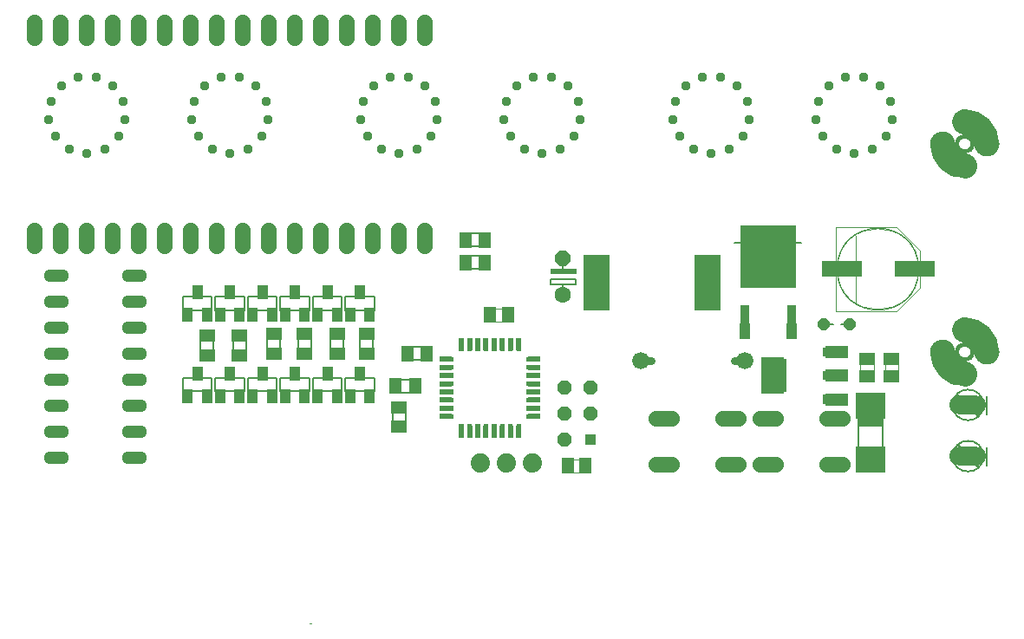
<source format=gbr>
G04 DipTrace 3.0.0.1*
G04 TopAssy.gbr*
%MOIN*%
G04 #@! TF.FileFunction,Drawing,Top*
G04 #@! TF.Part,Single*
%AMOUTLINE0*5,1,8,0,0,0.063001,67.499118*%
%AMOUTLINE3*5,1,8,0,0,0.048001,-22.501296*%
%AMOUTLINE6*
4,1,20,
-0.023979,-0.024,
-0.032189,-0.02256,
-0.039411,-0.018399,
-0.044774,-0.012018,
-0.047631,-0.004188,
-0.047639,0.004147,
-0.044795,0.011982,
-0.039444,0.018371,
-0.032228,0.022546,
-0.024021,0.024,
0.023979,0.024,
0.032189,0.02256,
0.039411,0.018399,
0.044774,0.012018,
0.047631,0.004188,
0.047639,-0.004147,
0.044795,-0.011982,
0.039444,-0.018371,
0.032228,-0.022546,
0.024021,-0.024,
-0.023979,-0.024,
0*%
%AMOUTLINE9*5,1,8,0,0,0.06,67.500441*%
%AMOUTLINE12*
4,1,20,
-0.03,0.029974,
-0.028199,0.040236,
-0.022999,0.049264,
-0.015022,0.055967,
-0.005235,0.059539,
0.005184,0.059549,
0.014978,0.055993,
0.022965,0.049303,
0.028182,0.040285,
0.03,0.030026,
0.03,-0.029974,
0.028199,-0.040236,
0.022999,-0.049264,
0.015022,-0.055967,
0.005235,-0.059539,
-0.005184,-0.059549,
-0.014978,-0.055993,
-0.022965,-0.049303,
-0.028182,-0.040285,
-0.03,-0.030026,
-0.03,0.029974,
0*%
%AMOUTLINE15*
4,1,20,
-0.029974,-0.03,
-0.040236,-0.028199,
-0.049264,-0.022999,
-0.055967,-0.015022,
-0.059539,-0.005235,
-0.059549,0.005184,
-0.055993,0.014978,
-0.049303,0.022965,
-0.040285,0.028182,
-0.030026,0.03,
0.029974,0.03,
0.040236,0.028199,
0.049264,0.022999,
0.055967,0.015022,
0.059539,0.005235,
0.059549,-0.005184,
0.055993,-0.014978,
0.049303,-0.022965,
0.040285,-0.028182,
0.030026,-0.03,
-0.029974,-0.03,
0*%
%AMOUTLINE18*
4,1,20,
-0.035219,-0.035249,
-0.047277,-0.033135,
-0.057885,-0.027022,
-0.065762,-0.017652,
-0.069959,-0.006151,
-0.06997,0.006091,
-0.065793,0.017598,
-0.057932,0.026983,
-0.047335,0.033114,
-0.035281,0.035249,
0.035219,0.035249,
0.047277,0.033135,
0.057885,0.027022,
0.065762,0.017652,
0.069959,0.006151,
0.06997,-0.006091,
0.065793,-0.017598,
0.057932,-0.026983,
0.047335,-0.033114,
0.035281,-0.035249,
-0.035219,-0.035249,
0*%
%ADD19C,0.001312*%
%ADD20C,3.9E-5*%
%ADD21C,0.004*%
%ADD23C,0.006*%
%ADD27C,0.01*%
%ADD29C,0.03*%
%ADD31C,0.008*%
%ADD39C,0.005*%
%ADD52C,0.018*%
%ADD54C,0.098*%
%ADD22R,0.15748X0.062992*%
G04 #@! TA.AperFunction,ComponentPad*
%ADD24C,0.063*%
%ADD26R,0.051181X0.059055*%
%ADD28R,0.059055X0.051181*%
G04 #@! TA.AperFunction,ComponentPad*
%ADD30C,0.066*%
%ADD32R,0.11811X0.098425*%
%ADD33R,0.022X0.05*%
%ADD34R,0.05X0.022*%
%ADD35R,0.088X0.048*%
%ADD36R,0.086614X0.141732*%
G04 #@! TA.AperFunction,ComponentPad*
%ADD38R,0.042392X0.042461*%
%ADD40R,0.098425X0.216535*%
G04 #@! TA.AperFunction,ComponentPad*
%ADD41C,0.037205*%
%ADD43R,0.051181X0.062992*%
%ADD44R,0.062992X0.051181*%
%ADD46R,0.03937X0.062992*%
%ADD47R,0.212598X0.244094*%
%ADD48R,0.03937X0.055118*%
G04 #@! TA.AperFunction,ComponentPad*
%ADD50C,0.074*%
%ADD118OUTLINE0*%
%ADD121OUTLINE3*%
%ADD124OUTLINE6*%
%ADD127OUTLINE9*%
%ADD130OUTLINE12*%
%ADD133OUTLINE15*%
%ADD136OUTLINE18*%
%FSLAX26Y26*%
G04*
G70*
G90*
G75*
G01*
G04 TopAssy*
%LPD*%
X3627699Y1756392D2*
D20*
G02X3627699Y1756392I157498J0D01*
G01*
X3629666D2*
D21*
G02X3629666Y1756392I155531J0D01*
G01*
G36*
X3631632Y1774116D2*
X3594268D1*
Y1738636D1*
X3631632D1*
Y1774116D1*
G37*
G36*
X3976126D2*
X3938761D1*
Y1738636D1*
X3976126D1*
Y1774116D1*
G37*
X3623766Y1917810D2*
D21*
X3856080D1*
X3946628Y1827255D1*
Y1685530D1*
X3856080Y1594975D1*
X3623766D1*
Y1917810D1*
X3698582Y1884332D2*
Y1628453D1*
D22*
X3924961Y1756392D3*
X3645433D3*
G36*
X2524975Y1756440D2*
X2624975D1*
Y1736440D1*
X2524975D1*
Y1756440D1*
G37*
X2574959Y1661400D2*
D23*
Y1696376D1*
X2624943D1*
Y1716408D1*
X2524975D1*
Y1696376D1*
X2574959D1*
Y1751384D2*
Y1791384D1*
D24*
Y1656392D3*
D118*
Y1796392D3*
G36*
X2341609Y1551400D2*
X2371188D1*
Y1608468D1*
X2341609D1*
Y1551400D1*
G37*
G36*
X2284609D2*
X2314189D1*
Y1608468D1*
X2284609D1*
Y1551400D1*
G37*
X2343194Y1553985D2*
D21*
X2313179D1*
X2342199Y1605952D2*
X2313179D1*
D26*
X2361651Y1579969D3*
X2294722D3*
X3657325Y1543252D2*
D23*
X3642315D1*
X3612333D2*
X3597323D1*
D121*
X3577324D3*
X3677324D3*
G36*
X3715468Y1363627D2*
X3772559D1*
Y1334095D1*
X3715468D1*
Y1363627D1*
G37*
G36*
Y1420627D2*
X3772559D1*
Y1391094D1*
X3715468D1*
Y1420627D1*
G37*
X3718061Y1362058D2*
D21*
Y1392073D1*
X3770028Y1363053D2*
Y1392073D1*
D28*
X3744045Y1343601D3*
Y1410530D3*
G36*
X3809231Y1363659D2*
X3866276D1*
Y1334048D1*
X3809231D1*
Y1363659D1*
G37*
G36*
Y1420658D2*
X3866276D1*
Y1391048D1*
X3809231D1*
Y1420658D1*
G37*
X3811801Y1362058D2*
D21*
Y1392073D1*
X3863768Y1363053D2*
Y1392073D1*
D28*
X3837785Y1343601D3*
Y1410530D3*
G36*
X2614161Y1028479D2*
X2584674D1*
Y971365D1*
X2614161D1*
Y1028479D1*
G37*
G36*
X2671160D2*
X2641674D1*
Y971365D1*
X2671160D1*
Y1028479D1*
G37*
X2612623Y1025871D2*
D21*
X2642637D1*
X2613617Y973903D2*
X2642637D1*
D26*
X2594165Y999887D3*
X2661094D3*
X3272969Y1403278D2*
D29*
X3232940D1*
X2872955D2*
X2912984D1*
D30*
X3272962Y1403276D3*
X2872962D3*
G36*
X3806516Y1027115D2*
X3706547D1*
Y1047283D1*
X3806516D1*
Y1027115D1*
G37*
G36*
Y1211101D2*
X3706547D1*
Y1231269D1*
X3806516D1*
Y1211101D1*
G37*
G36*
X3803504Y1150108D2*
X3709559D1*
Y1185258D1*
X3803504D1*
Y1150108D1*
G37*
X3803539Y1046246D2*
D23*
Y1213237D1*
X3709547Y1046246D2*
Y1212230D1*
D32*
X3756543Y1024885D3*
Y1231577D3*
D124*
X924966Y1031390D3*
Y1131390D3*
Y1231390D3*
Y1331390D3*
Y1431390D3*
Y1531390D3*
Y1631390D3*
Y1731390D3*
X624966D3*
Y1631390D3*
Y1531390D3*
Y1431390D3*
Y1331390D3*
Y1231390D3*
Y1131390D3*
Y1031390D3*
G36*
X2174478Y1160155D2*
X2192481D1*
Y1121161D1*
X2174478D1*
Y1160155D1*
G37*
G36*
X2205983D2*
X2223986D1*
Y1121161D1*
X2205983D1*
Y1160155D1*
G37*
G36*
X2237489D2*
X2255492D1*
Y1121161D1*
X2237489D1*
Y1160155D1*
G37*
G36*
X2268994D2*
X2286959D1*
Y1121161D1*
X2268994D1*
Y1160155D1*
G37*
G36*
X2300461D2*
X2318464D1*
Y1121161D1*
X2300461D1*
Y1160155D1*
G37*
G36*
X2331967D2*
X2349970D1*
Y1121161D1*
X2331967D1*
Y1160155D1*
G37*
G36*
X2363472D2*
X2381476D1*
Y1121161D1*
X2363472D1*
Y1160155D1*
G37*
G36*
X2394978D2*
X2412942D1*
Y1121161D1*
X2394978D1*
Y1160155D1*
G37*
G36*
X2433700Y1198916D2*
X2472733D1*
Y1180913D1*
X2433700D1*
Y1198916D1*
G37*
G36*
Y1230422D2*
X2472733D1*
Y1212419D1*
X2433700D1*
Y1230422D1*
G37*
G36*
Y1261928D2*
X2472733D1*
Y1243924D1*
X2433700D1*
Y1261928D1*
G37*
G36*
Y1293394D2*
X2472733D1*
Y1275430D1*
X2433700D1*
Y1293394D1*
G37*
G36*
Y1324900D2*
X2472733D1*
Y1306897D1*
X2433700D1*
Y1324900D1*
G37*
G36*
Y1356406D2*
X2472733D1*
Y1338402D1*
X2433700D1*
Y1356406D1*
G37*
G36*
Y1387911D2*
X2472733D1*
Y1369908D1*
X2433700D1*
Y1387911D1*
G37*
G36*
Y1419378D2*
X2472733D1*
Y1401414D1*
X2433700D1*
Y1419378D1*
G37*
G36*
X2394978Y1479169D2*
X2412942D1*
Y1440136D1*
X2394978D1*
Y1479169D1*
G37*
G36*
X2363472D2*
X2381476D1*
Y1440136D1*
X2363472D1*
Y1479169D1*
G37*
G36*
X2331967D2*
X2349970D1*
Y1440136D1*
X2331967D1*
Y1479169D1*
G37*
G36*
X2300461D2*
X2318464D1*
Y1440136D1*
X2300461D1*
Y1479169D1*
G37*
G36*
X2268994D2*
X2286959D1*
Y1440136D1*
X2268994D1*
Y1479169D1*
G37*
G36*
X2237489D2*
X2255492D1*
Y1440136D1*
X2237489D1*
Y1479169D1*
G37*
G36*
X2205983D2*
X2223986D1*
Y1440136D1*
X2205983D1*
Y1479169D1*
G37*
G36*
X2174478D2*
X2192481D1*
Y1440136D1*
X2174478D1*
Y1479169D1*
G37*
G36*
X2114726Y1419378D2*
X2153720D1*
Y1401414D1*
X2114726D1*
Y1419378D1*
G37*
G36*
Y1387911D2*
X2153720D1*
Y1369908D1*
X2114726D1*
Y1387911D1*
G37*
G36*
Y1356406D2*
X2153720D1*
Y1338402D1*
X2114726D1*
Y1356406D1*
G37*
G36*
Y1324900D2*
X2153720D1*
Y1306897D1*
X2114726D1*
Y1324900D1*
G37*
G36*
Y1293394D2*
X2153720D1*
Y1275430D1*
X2114726D1*
Y1293394D1*
G37*
G36*
Y1261928D2*
X2153720D1*
Y1243924D1*
X2114726D1*
Y1261928D1*
G37*
G36*
Y1230422D2*
X2153720D1*
Y1212419D1*
X2114726D1*
Y1230422D1*
G37*
G36*
Y1198916D2*
X2153720D1*
Y1180913D1*
X2114726D1*
Y1198916D1*
G37*
D33*
X2183474Y1131146D3*
X2214970D3*
X2246466D3*
X2277962D3*
X2309458D3*
X2340954D3*
X2372450D3*
X2403946D3*
D34*
X2462710Y1189909D3*
Y1221406D3*
Y1252902D3*
Y1284398D3*
Y1315894D3*
Y1347390D3*
Y1378886D3*
Y1410382D3*
D33*
X2403946Y1469146D3*
X2372450D3*
X2340954D3*
X2309458D3*
X2277962D3*
X2246466D3*
X2214970D3*
X2183474D3*
D34*
X2124710Y1410382D3*
Y1378886D3*
Y1347390D3*
Y1315894D3*
Y1284398D3*
Y1252902D3*
Y1221406D3*
Y1189909D3*
G36*
X3359362Y1410140D2*
X3432351D1*
Y1284132D1*
X3359362D1*
Y1410140D1*
G37*
G36*
X3574319Y1364138D2*
X3647308D1*
Y1330134D1*
X3574319D1*
Y1364138D1*
G37*
G36*
Y1273142D2*
X3647308D1*
Y1239137D1*
X3574319D1*
Y1273142D1*
G37*
G36*
Y1455135D2*
X3647308D1*
Y1421130D1*
X3574319D1*
Y1455135D1*
G37*
G36*
X3359362Y1410140D2*
X3432351D1*
Y1284132D1*
X3359362D1*
Y1410140D1*
G37*
G36*
X3574319Y1364138D2*
X3647308D1*
Y1330134D1*
X3574319D1*
Y1364138D1*
G37*
G36*
Y1273142D2*
X3647308D1*
Y1239137D1*
X3574319D1*
Y1273142D1*
G37*
G36*
Y1455135D2*
X3647308D1*
Y1421130D1*
X3574319D1*
Y1455135D1*
G37*
D35*
X3625307Y1256110D3*
Y1347110D3*
Y1438110D3*
D36*
X3381299Y1347110D3*
G36*
X2671210Y1110139D2*
X2691210D1*
Y1090159D1*
X2671210D1*
Y1110139D1*
G37*
G36*
X2571210D2*
X2591210D1*
Y1090159D1*
X2571210D1*
Y1110139D1*
G37*
G36*
Y1210159D2*
X2591210D1*
Y1190149D1*
X2571210D1*
Y1210159D1*
G37*
G36*
X2671210D2*
X2691210D1*
Y1190149D1*
X2671210D1*
Y1210159D1*
G37*
G36*
X2571210Y1310149D2*
X2591210D1*
Y1290139D1*
X2571210D1*
Y1310149D1*
G37*
G36*
X2671210D2*
X2691210D1*
Y1290139D1*
X2671210D1*
Y1310149D1*
G37*
D38*
X2681210Y1100139D3*
D127*
X2581210D3*
X2681210Y1200139D3*
X2581210D3*
X2681210Y1300139D3*
X2581210D3*
G36*
X1953710Y2685146D2*
X1933710D1*
Y2665126D1*
X1953710D1*
Y2685146D1*
G37*
G36*
X1853710D2*
X1833710D1*
Y2665126D1*
X1853710D1*
Y2685146D1*
G37*
G36*
X1753710D2*
X1733710D1*
Y2665126D1*
X1753710D1*
Y2685146D1*
G37*
G36*
X1653710D2*
X1633710D1*
Y2665126D1*
X1653710D1*
Y2685146D1*
G37*
G36*
X1553710D2*
X1533710D1*
Y2665126D1*
X1553710D1*
Y2685146D1*
G37*
G36*
X1453710D2*
X1433710D1*
Y2665126D1*
X1453710D1*
Y2685146D1*
G37*
G36*
X1353710D2*
X1333710D1*
Y2665126D1*
X1353710D1*
Y2685146D1*
G37*
G36*
X1253710D2*
X1233710D1*
Y2665126D1*
X1253710D1*
Y2685146D1*
G37*
G36*
X1153710D2*
X1133710D1*
Y2665126D1*
X1153710D1*
Y2685146D1*
G37*
G36*
X1053710D2*
X1033710D1*
Y2665126D1*
X1053710D1*
Y2685146D1*
G37*
G36*
X953710D2*
X933710D1*
Y2665126D1*
X953710D1*
Y2685146D1*
G37*
G36*
X853710D2*
X833710D1*
Y2665126D1*
X853710D1*
Y2685146D1*
G37*
G36*
X753710D2*
X733710D1*
Y2665126D1*
X753710D1*
Y2685146D1*
G37*
G36*
X653710D2*
X633710D1*
Y2665126D1*
X653710D1*
Y2685146D1*
G37*
G36*
X553710D2*
X533710D1*
Y2665126D1*
X553710D1*
Y2685146D1*
G37*
G36*
X2053710D2*
X2033710D1*
Y2665126D1*
X2053710D1*
Y2685146D1*
G37*
D130*
X543710Y2675142D3*
X643710D3*
X743710D3*
X843710D3*
X943710D3*
X1043710D3*
X1143710D3*
X1243710D3*
X1343710D3*
X1443710D3*
X1543710D3*
X1643710D3*
X1743710D3*
X1843710D3*
X1943710D3*
X2043710D3*
G36*
X1953710Y1885146D2*
X1933710D1*
Y1865126D1*
X1953710D1*
Y1885146D1*
G37*
G36*
X1853710D2*
X1833710D1*
Y1865126D1*
X1853710D1*
Y1885146D1*
G37*
G36*
X1753710D2*
X1733710D1*
Y1865126D1*
X1753710D1*
Y1885146D1*
G37*
G36*
X1653710D2*
X1633710D1*
Y1865126D1*
X1653710D1*
Y1885146D1*
G37*
G36*
X1553710D2*
X1533710D1*
Y1865126D1*
X1553710D1*
Y1885146D1*
G37*
G36*
X1453710D2*
X1433710D1*
Y1865126D1*
X1453710D1*
Y1885146D1*
G37*
G36*
X1353710D2*
X1333710D1*
Y1865126D1*
X1353710D1*
Y1885146D1*
G37*
G36*
X1253710D2*
X1233710D1*
Y1865126D1*
X1253710D1*
Y1885146D1*
G37*
G36*
X1153710D2*
X1133710D1*
Y1865126D1*
X1153710D1*
Y1885146D1*
G37*
G36*
X1053710D2*
X1033710D1*
Y1865126D1*
X1053710D1*
Y1885146D1*
G37*
G36*
X953710D2*
X933710D1*
Y1865126D1*
X953710D1*
Y1885146D1*
G37*
G36*
X853710D2*
X833710D1*
Y1865126D1*
X853710D1*
Y1885146D1*
G37*
G36*
X753710D2*
X733710D1*
Y1865126D1*
X753710D1*
Y1885146D1*
G37*
G36*
X653710D2*
X633710D1*
Y1865126D1*
X653710D1*
Y1885146D1*
G37*
G36*
X553710D2*
X533710D1*
Y1865126D1*
X553710D1*
Y1885146D1*
G37*
G36*
X2053710D2*
X2033710D1*
Y1865126D1*
X2053710D1*
Y1885146D1*
G37*
D130*
X543710Y1875142D3*
X643710D3*
X743710D3*
X843710D3*
X943710D3*
X1043710D3*
X1143710D3*
X1243710D3*
X1343710D3*
X1443710D3*
X1543710D3*
X1643710D3*
X1743710D3*
X1843710D3*
X1943710D3*
X2043710D3*
D40*
X2702273Y1705260D3*
X3131407D3*
D41*
X675017Y2219256D3*
X812403D3*
X645690Y2460783D3*
X890450Y2332323D3*
X841730Y2460783D3*
X779084Y2493661D3*
X708336D3*
X865360Y2266173D3*
X596970Y2332323D3*
X622060Y2266173D3*
X743710Y2202323D3*
X605497Y2402559D3*
X881923D3*
X1225017Y2219256D3*
X1362403D3*
X1195690Y2460783D3*
X1440450Y2332323D3*
X1391730Y2460783D3*
X1329084Y2493661D3*
X1258336D3*
X1415360Y2266173D3*
X1146970Y2332323D3*
X1172060Y2266173D3*
X1293710Y2202323D3*
X1155497Y2402559D3*
X1431923D3*
X1875017Y2219256D3*
X2012403D3*
X1845690Y2460783D3*
X2090450Y2332323D3*
X2041730Y2460783D3*
X1979084Y2493661D3*
X1908336D3*
X2065360Y2266173D3*
X1796970Y2332323D3*
X1822060Y2266173D3*
X1943710Y2202323D3*
X1805497Y2402559D3*
X2081923D3*
X2425017Y2219256D3*
X2562403D3*
X2395690Y2460783D3*
X2640450Y2332323D3*
X2591730Y2460783D3*
X2529084Y2493661D3*
X2458336D3*
X2615360Y2266173D3*
X2346970Y2332323D3*
X2372060Y2266173D3*
X2493710Y2202323D3*
X2355497Y2402559D3*
X2631923D3*
X3075017Y2219256D3*
X3212403D3*
X3045690Y2460783D3*
X3290450Y2332323D3*
X3241730Y2460783D3*
X3179084Y2493661D3*
X3108336D3*
X3265360Y2266173D3*
X2996970Y2332323D3*
X3022060Y2266173D3*
X3143710Y2202323D3*
X3005497Y2402559D3*
X3281923D3*
X3625017Y2219256D3*
X3762403D3*
X3595690Y2460783D3*
X3840450Y2332323D3*
X3791730Y2460783D3*
X3729084Y2493661D3*
X3658336D3*
X3815360Y2266173D3*
X3546970Y2332323D3*
X3572060Y2266173D3*
X3693710Y2202323D3*
X3555497Y2402559D3*
X3831923D3*
G36*
X2264416Y1840905D2*
X2278460D1*
Y1896890D1*
X2264416D1*
Y1840905D1*
G37*
G36*
X2196417D2*
X2210461D1*
Y1896890D1*
X2196417D1*
Y1840905D1*
G37*
X2209467Y1843893D2*
D23*
X2265457D1*
X2209467Y1893894D2*
X2265457D1*
D43*
X2274864Y1868894D3*
X2200060D3*
G36*
X2264416Y1753409D2*
X2278460D1*
Y1809394D1*
X2264416D1*
Y1753409D1*
G37*
G36*
X2196417D2*
X2210461D1*
Y1809394D1*
X2196417D1*
Y1753409D1*
G37*
X2209467Y1756397D2*
D23*
X2265457D1*
X2209467Y1806398D2*
X2265457D1*
D43*
X2274864Y1781398D3*
X2200060D3*
G36*
X1434462Y1441901D2*
X1490462D1*
Y1427903D1*
X1434462D1*
Y1441901D1*
G37*
G36*
Y1509915D2*
X1490462D1*
Y1495902D1*
X1434462D1*
Y1509915D1*
G37*
X1437457Y1496881D2*
D23*
Y1440891D1*
X1487459Y1496881D2*
Y1440891D1*
D44*
X1462458Y1431484D3*
Y1506287D3*
G36*
X1553214Y1441905D2*
X1609214D1*
Y1427907D1*
X1553214D1*
Y1441905D1*
G37*
G36*
Y1509919D2*
X1609214D1*
Y1495906D1*
X1553214D1*
Y1509919D1*
G37*
X1556209Y1496885D2*
D23*
Y1440895D1*
X1606211Y1496885D2*
Y1440895D1*
D44*
X1581210Y1431488D3*
Y1506291D3*
G36*
X1678214Y1441905D2*
X1734214D1*
Y1427907D1*
X1678214D1*
Y1441905D1*
G37*
G36*
Y1509919D2*
X1734214D1*
Y1495906D1*
X1678214D1*
Y1509919D1*
G37*
X1681209Y1496885D2*
D23*
Y1440895D1*
X1731211Y1496885D2*
Y1440895D1*
D44*
X1706210Y1431488D3*
Y1506291D3*
G36*
X1790714Y1441809D2*
X1846714D1*
Y1427811D1*
X1790714D1*
Y1441809D1*
G37*
G36*
Y1509823D2*
X1846714D1*
Y1495810D1*
X1790714D1*
Y1509823D1*
G37*
X1793709Y1496789D2*
D23*
Y1440799D1*
X1843711Y1496789D2*
Y1440799D1*
D44*
X1818710Y1431392D3*
Y1506196D3*
G36*
X1178214Y1435653D2*
X1234214D1*
Y1421655D1*
X1178214D1*
Y1435653D1*
G37*
G36*
Y1503667D2*
X1234214D1*
Y1489654D1*
X1178214D1*
Y1503667D1*
G37*
X1181209Y1490633D2*
D23*
Y1434643D1*
X1231211Y1490633D2*
Y1434643D1*
D44*
X1206210Y1425236D3*
Y1500039D3*
G36*
X1303210Y1435657D2*
X1359210D1*
Y1421659D1*
X1303210D1*
Y1435657D1*
G37*
G36*
Y1503671D2*
X1359210D1*
Y1489658D1*
X1303210D1*
Y1503671D1*
G37*
X1306205Y1490637D2*
D23*
Y1434647D1*
X1356207Y1490637D2*
Y1434647D1*
D44*
X1331206Y1425240D3*
Y1500043D3*
G36*
X2039558Y1459387D2*
X2053509D1*
Y1403379D1*
X2039558D1*
Y1459387D1*
G37*
G36*
X1971560D2*
X1985511D1*
Y1403379D1*
X1971560D1*
Y1459387D1*
G37*
X1984563Y1406390D2*
D23*
X2040553D1*
X1984563Y1456392D2*
X2040553D1*
D43*
X2049959Y1431391D3*
X1975156D3*
G36*
X1995809Y1334389D2*
X2009760D1*
Y1278381D1*
X1995809D1*
Y1334389D1*
G37*
G36*
X1927810D2*
X1941761D1*
Y1278381D1*
X1927810D1*
Y1334389D1*
G37*
X1940814Y1281392D2*
D23*
X1996803D1*
X1940814Y1331393D2*
X1996803D1*
D43*
X2006210Y1306392D3*
X1931407D3*
G36*
X1971706Y1214725D2*
X1915706D1*
Y1228723D1*
X1971706D1*
Y1214725D1*
G37*
G36*
Y1146711D2*
X1915706D1*
Y1160724D1*
X1971706D1*
Y1146711D1*
G37*
X1968711Y1159745D2*
D23*
Y1215735D1*
X1918709Y1159745D2*
Y1215735D1*
D44*
X1943710Y1225142D3*
Y1150339D3*
D133*
X3619058Y1181118D3*
X3363058D3*
X3619058Y1003118D3*
X3363058D3*
X3219100Y1181118D3*
X2963100D3*
X3219100Y1003118D3*
X2963100D3*
G36*
X3289446Y1617406D2*
X3255566D1*
Y1503353D1*
X3289446D1*
Y1617406D1*
G37*
G36*
X3469451D2*
X3435540D1*
Y1503353D1*
X3469451D1*
Y1617406D1*
G37*
X3233449Y1857386D2*
D31*
X3491506D1*
X3261448Y1861390D2*
Y1889421D1*
X3279467Y1907417D1*
X3445457D1*
X3463476Y1889421D1*
Y1861390D1*
X3261448D1*
D46*
X3272698Y1517421D3*
X3452226D3*
D47*
X3362462Y1804823D3*
G36*
X1177703Y1676137D2*
X1159721D1*
Y1653134D1*
X1177703D1*
Y1676137D1*
G37*
G36*
X1214706Y1597135D2*
X1196724D1*
Y1574132D1*
X1214706D1*
Y1597135D1*
G37*
G36*
X1140711D2*
X1122728D1*
Y1574132D1*
X1140711D1*
Y1597135D1*
G37*
X1224708Y1651135D2*
D39*
Y1599148D1*
X1112704D1*
Y1651135D1*
X1224708D1*
D48*
X1131304Y1581835D3*
X1168706Y1668449D3*
X1206108Y1581835D3*
G36*
X1302703Y1676137D2*
X1284721D1*
Y1653134D1*
X1302703D1*
Y1676137D1*
G37*
G36*
X1339706Y1597135D2*
X1321724D1*
Y1574132D1*
X1339706D1*
Y1597135D1*
G37*
G36*
X1265711D2*
X1247728D1*
Y1574132D1*
X1265711D1*
Y1597135D1*
G37*
X1349708Y1651135D2*
D39*
Y1599148D1*
X1237704D1*
Y1651135D1*
X1349708D1*
D48*
X1256304Y1581835D3*
X1293706Y1668449D3*
X1331108Y1581835D3*
G36*
X1427711Y1676133D2*
X1409728D1*
Y1653130D1*
X1427711D1*
Y1676133D1*
G37*
G36*
X1464714Y1597131D2*
X1446732D1*
Y1574128D1*
X1464714D1*
Y1597131D1*
G37*
G36*
X1390719D2*
X1372736D1*
Y1574128D1*
X1390719D1*
Y1597131D1*
G37*
X1474716Y1651131D2*
D39*
Y1599144D1*
X1362712D1*
Y1651131D1*
X1474716D1*
D48*
X1381312Y1581831D3*
X1418714Y1668445D3*
X1456115Y1581831D3*
G36*
X1552699Y1676137D2*
X1534717D1*
Y1653134D1*
X1552699D1*
Y1676137D1*
G37*
G36*
X1589702Y1597135D2*
X1571720D1*
Y1574132D1*
X1589702D1*
Y1597135D1*
G37*
G36*
X1515707D2*
X1497725D1*
Y1574132D1*
X1515707D1*
Y1597135D1*
G37*
X1599704Y1651135D2*
D39*
Y1599148D1*
X1487700D1*
Y1651135D1*
X1599704D1*
D48*
X1506301Y1581835D3*
X1543702Y1668449D3*
X1581104Y1581835D3*
G36*
X1677703Y1676141D2*
X1659721D1*
Y1653138D1*
X1677703D1*
Y1676141D1*
G37*
G36*
X1714706Y1597139D2*
X1696724D1*
Y1574136D1*
X1714706D1*
Y1597139D1*
G37*
G36*
X1640711D2*
X1622728D1*
Y1574136D1*
X1640711D1*
Y1597139D1*
G37*
X1724708Y1651139D2*
D39*
Y1599152D1*
X1612704D1*
Y1651139D1*
X1724708D1*
D48*
X1631304Y1581839D3*
X1668706Y1668453D3*
X1706108Y1581839D3*
G36*
X1802707Y1676137D2*
X1784725D1*
Y1653134D1*
X1802707D1*
Y1676137D1*
G37*
G36*
X1839710Y1597135D2*
X1821728D1*
Y1574132D1*
X1839710D1*
Y1597135D1*
G37*
G36*
X1765715D2*
X1747732D1*
Y1574132D1*
X1765715D1*
Y1597135D1*
G37*
X1849712Y1651135D2*
D39*
Y1599148D1*
X1737708D1*
Y1651135D1*
X1849712D1*
D48*
X1756308Y1581835D3*
X1793710Y1668449D3*
X1831112Y1581835D3*
G36*
X1177703Y1363633D2*
X1159721D1*
Y1340630D1*
X1177703D1*
Y1363633D1*
G37*
G36*
X1214706Y1284631D2*
X1196724D1*
Y1261628D1*
X1214706D1*
Y1284631D1*
G37*
G36*
X1140711D2*
X1122728D1*
Y1261628D1*
X1140711D1*
Y1284631D1*
G37*
X1224708Y1338631D2*
D39*
Y1286644D1*
X1112704D1*
Y1338631D1*
X1224708D1*
D48*
X1131304Y1269331D3*
X1168706Y1355945D3*
X1206108Y1269331D3*
G36*
X1302699Y1363633D2*
X1284717D1*
Y1340630D1*
X1302699D1*
Y1363633D1*
G37*
G36*
X1339702Y1284631D2*
X1321720D1*
Y1261628D1*
X1339702D1*
Y1284631D1*
G37*
G36*
X1265707D2*
X1247725D1*
Y1261628D1*
X1265707D1*
Y1284631D1*
G37*
X1349704Y1338631D2*
D39*
Y1286644D1*
X1237700D1*
Y1338631D1*
X1349704D1*
D48*
X1256301Y1269331D3*
X1293702Y1355945D3*
X1331104Y1269331D3*
G36*
X1427703Y1363633D2*
X1409721D1*
Y1340630D1*
X1427703D1*
Y1363633D1*
G37*
G36*
X1464706Y1284631D2*
X1446724D1*
Y1261628D1*
X1464706D1*
Y1284631D1*
G37*
G36*
X1390711D2*
X1372728D1*
Y1261628D1*
X1390711D1*
Y1284631D1*
G37*
X1474708Y1338631D2*
D39*
Y1286644D1*
X1362704D1*
Y1338631D1*
X1474708D1*
D48*
X1381304Y1269331D3*
X1418706Y1355945D3*
X1456108Y1269331D3*
G36*
X1552699Y1363637D2*
X1534717D1*
Y1340634D1*
X1552699D1*
Y1363637D1*
G37*
G36*
X1589702Y1284635D2*
X1571720D1*
Y1261632D1*
X1589702D1*
Y1284635D1*
G37*
G36*
X1515707D2*
X1497725D1*
Y1261632D1*
X1515707D1*
Y1284635D1*
G37*
X1599704Y1338635D2*
D39*
Y1286648D1*
X1487700D1*
Y1338635D1*
X1599704D1*
D48*
X1506301Y1269335D3*
X1543702Y1355949D3*
X1581104Y1269335D3*
G36*
X1677707Y1363637D2*
X1659725D1*
Y1340634D1*
X1677707D1*
Y1363637D1*
G37*
G36*
X1714710Y1284635D2*
X1696728D1*
Y1261632D1*
X1714710D1*
Y1284635D1*
G37*
G36*
X1640715D2*
X1622732D1*
Y1261632D1*
X1640715D1*
Y1284635D1*
G37*
X1724712Y1338635D2*
D39*
Y1286648D1*
X1612708D1*
Y1338635D1*
X1724712D1*
D48*
X1631308Y1269335D3*
X1668710Y1355949D3*
X1706112Y1269335D3*
G36*
X1802707Y1363637D2*
X1784725D1*
Y1340634D1*
X1802707D1*
Y1363637D1*
G37*
G36*
X1839710Y1284635D2*
X1821728D1*
Y1261632D1*
X1839710D1*
Y1284635D1*
G37*
G36*
X1765715D2*
X1747732D1*
Y1261632D1*
X1765715D1*
Y1284635D1*
G37*
X1849712Y1338635D2*
D39*
Y1286648D1*
X1737708D1*
Y1338635D1*
X1849712D1*
D48*
X1756308Y1269335D3*
X1793710Y1355949D3*
X1831112Y1269335D3*
D50*
X2356690Y1012386D3*
X2256690D3*
X2456690D3*
X4088713Y2237642D2*
D52*
G02X4088713Y2237642I29997J0D01*
G01*
X4033714D2*
D54*
G03X4118710Y2152646I84947J-49D01*
G01*
Y2322638D2*
G02X4203706Y2237642I3J-84993D01*
G01*
X4088713Y1437642D2*
D52*
G02X4088713Y1437642I29997J0D01*
G01*
X4033714D2*
D54*
G03X4118710Y1352646I84947J-49D01*
G01*
Y1522638D2*
G02X4203706Y1437642I3J-84993D01*
G01*
X4072493Y1037384D2*
D23*
G02X4072493Y1037384I59007J0D01*
G01*
Y1234391D2*
G02X4072493Y1234391I59007J0D01*
G01*
X4171503Y998379D2*
D27*
X4092476Y1077371D1*
X4170525Y1194404D2*
X4091499Y1272373D1*
X4202490Y1002388D2*
D23*
Y1072380D1*
Y1199395D2*
Y1269387D1*
D136*
X4131504Y1037383D3*
Y1234234D3*
X1600520Y393701D2*
D19*
X1600527D1*
X1600550D1*
X1600588D1*
X1600641D1*
X1600708D1*
X1600790D1*
X1600885D1*
X1600994D1*
X1601116D1*
X1601251D1*
X1601397D1*
X1601554D1*
X1601721D1*
X1601897D1*
X1602082D1*
X1602275D1*
X1602474D1*
X1602679D1*
X1602888D1*
X1603102D1*
X1603318D1*
X1603535D1*
X1603753D1*
X1603971D1*
X1604187D1*
X1604400D1*
X1604610D1*
X1604815D1*
X1605014D1*
X1605207D1*
X1605392D1*
X1605568D1*
X1605735D1*
X1605892D1*
X1606038D1*
X1606172D1*
X1606294D1*
X1606403D1*
X1606499D1*
X1606581D1*
X1606648D1*
X1606701D1*
X1606739D1*
X1606761D1*
X1606769D1*
X1606761D1*
X1606739D1*
X1606701D1*
X1606648D1*
X1606581D1*
X1606499D1*
X1606403D1*
X1606294D1*
X1606172D1*
X1606038D1*
X1605892D1*
X1605735D1*
X1605568D1*
X1605392D1*
X1605207D1*
X1605014D1*
X1604815D1*
X1604610D1*
X1604400D1*
X1604187D1*
X1603971D1*
X1603753D1*
X1603535D1*
X1603318D1*
X1603102D1*
X1602888D1*
X1602679D1*
X1602474D1*
X1602275D1*
X1602082D1*
X1601897D1*
X1601721D1*
X1601554D1*
X1601397D1*
X1601251D1*
X1601116D1*
X1600994D1*
X1600885D1*
X1600790D1*
X1600708D1*
X1600641D1*
X1600588D1*
X1600550D1*
X1600527D1*
X1600520D1*
M02*

</source>
